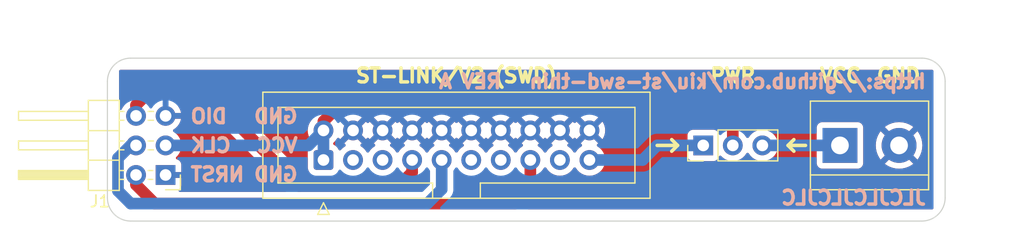
<source format=kicad_pcb>
(kicad_pcb (version 20221018) (generator pcbnew)
  (layers (0 "F.Cu" signal) (31 "B.Cu" signal) (34 "B.Paste" user) (35 "F.Paste" user) (36 "B.SilkS" user "B.Silkscreen") (37 "F.SilkS" user "F.Silkscreen") (38 "B.Mask" user) (39 "F.Mask" user) (44 "Edge.Cuts" user))
  (net 0 "")
  (net 6 "+3V3")
  (net 7 "GND")
  (net 8 "Net-(J2-Pin_19)")
  (net 9 "Net-(J1-Pin_2)")
  (net 10 "Net-(J1-Pin_4)")
  (net 11 "Net-(J1-Pin_6)")
  (net 12 "Net-(J4-Pin_1)")
  (footprint "Connector_PinHeader_2.54mm:PinHeader_1x03_P2.54mm_Vertical" (layer "F.Cu") (at 76.21 27.5 90)
    (fp_text reference "J3" hide)
    (fp_text value "1x03_Jumper")
    (fp_line (start -1.33 -1.33) (end 0 -1.33) (stroke (width 0.12)) (layer "F.SilkS"))
    (fp_line (start -1.33 0) (end -1.33 -1.33) (stroke (width 0.12)) (layer "F.SilkS"))
    (fp_line (start -1.33 1.27) (end -1.33 6.41) (stroke (width 0.12)) (layer "F.SilkS"))
    (fp_line (start -1.33 1.27) (end 1.33 1.27) (stroke (width 0.12)) (layer "F.SilkS"))
    (fp_line (start -1.33 6.41) (end 1.33 6.41) (stroke (width 0.12)) (layer "F.SilkS"))
    (fp_line (start 1.33 1.27) (end 1.33 6.41) (stroke (width 0.12)) (layer "F.SilkS"))
    (pad "1" thru_hole rect (at 0 0 90) (size 1.7 1.7) (drill 1) (layers "*.Cu" "*.Mask") (net 8 "Net-(J2-Pin_19)"))
    (pad "2" thru_hole oval (at 0 2.54 90) (size 1.7 1.7) (drill 1) (layers "*.Cu" "*.Mask") (net 6 "+3V3"))
    (pad "3" thru_hole oval (at 0 5.08 90) (size 1.7 1.7) (drill 1) (layers "*.Cu" "*.Mask") (net 12 "Net-(J4-Pin_1)"))
  )
  (footprint "Connector_IDC:IDC-Header_2x10_P2.54mm_Vertical" (layer "F.Cu") (at 43.57 28.7525 90)
    (fp_text reference "J2" hide)
    (fp_text value "Conn_02x10_Odd_Even")
    (fp_line (start -4.68 -0.5) (end -4.68 0.5) (stroke (width 0.12)) (layer "F.SilkS"))
    (fp_line (start -4.68 0.5) (end -3.68 0) (stroke (width 0.12)) (layer "F.SilkS"))
    (fp_line (start -3.68 0) (end -4.68 -0.5) (stroke (width 0.12)) (layer "F.SilkS"))
    (fp_line (start -3.29 -5.21) (end 5.83 -5.21) (stroke (width 0.12)) (layer "F.SilkS"))
    (fp_line (start -3.29 9.38) (end -1.98 9.38) (stroke (width 0.12)) (layer "F.SilkS"))
    (fp_line (start -3.29 28.07) (end -3.29 -5.21) (stroke (width 0.12)) (layer "F.SilkS"))
    (fp_line (start -1.98 -3.91) (end 4.52 -3.91) (stroke (width 0.12)) (layer "F.SilkS"))
    (fp_line (start -1.98 9.38) (end -1.98 -3.91) (stroke (width 0.12)) (layer "F.SilkS"))
    (fp_line (start -1.98 13.48) (end -3.29 13.48) (stroke (width 0.12)) (layer "F.SilkS"))
    (fp_line (start -1.98 13.48) (end -1.98 13.48) (stroke (width 0.12)) (layer "F.SilkS"))
    (fp_line (start -1.98 26.77) (end -1.98 13.48) (stroke (width 0.12)) (layer "F.SilkS"))
    (fp_line (start 4.52 -3.91) (end 4.52 26.77) (stroke (width 0.12)) (layer "F.SilkS"))
    (fp_line (start 4.52 26.77) (end -1.98 26.77) (stroke (width 0.12)) (layer "F.SilkS"))
    (fp_line (start 5.83 -5.21) (end 5.83 28.07) (stroke (width 0.12)) (layer "F.SilkS"))
    (fp_line (start 5.83 28.07) (end -3.29 28.07) (stroke (width 0.12)) (layer "F.SilkS"))
    (pad "1" thru_hole roundrect (at 0 0 90) (size 1.7 1.7) (drill 1) (layers "*.Cu" "*.Mask") (roundrect_rratio 0.1470588235) (net 6 "+3V3"))
    (pad "2" thru_hole circle (at 2.54 0 90) (size 1.7 1.7) (drill 1) (layers "*.Cu" "*.Mask") (net 6 "+3V3"))
    (pad "3" thru_hole circle (at 0 2.54 90) (size 1.7 1.7) (drill 1) (layers "*.Cu" "*.Mask"))
    (pad "4" thru_hole circle (at 2.54 2.54 90) (size 1.7 1.7) (drill 1) (layers "*.Cu" "*.Mask") (net 7 "GND"))
    (pad "5" thru_hole circle (at 0 5.08 90) (size 1.7 1.7) (drill 1) (layers "*.Cu" "*.Mask"))
    (pad "6" thru_hole circle (at 2.54 5.08 90) (size 1.7 1.7) (drill 1) (layers "*.Cu" "*.Mask") (net 7 "GND"))
    (pad "7" thru_hole circle (at 0 7.62 90) (size 1.7 1.7) (drill 1) (layers "*.Cu" "*.Mask") (net 11 "Net-(J1-Pin_6)"))
    (pad "8" thru_hole circle (at 2.54 7.62 90) (size 1.7 1.7) (drill 1) (layers "*.Cu" "*.Mask") (net 7 "GND"))
    (pad "9" thru_hole circle (at 0 10.16 90) (size 1.7 1.7) (drill 1) (layers "*.Cu" "*.Mask") (net 10 "Net-(J1-Pin_4)"))
    (pad "10" thru_hole circle (at 2.54 10.16 90) (size 1.7 1.7) (drill 1) (layers "*.Cu" "*.Mask") (net 7 "GND"))
    (pad "11" thru_hole circle (at 0 12.7 90) (size 1.7 1.7) (drill 1) (layers "*.Cu" "*.Mask"))
    (pad "12" thru_hole circle (at 2.54 12.7 90) (size 1.7 1.7) (drill 1) (layers "*.Cu" "*.Mask") (net 7 "GND"))
    (pad "13" thru_hole circle (at 0 15.24 90) (size 1.7 1.7) (drill 1) (layers "*.Cu" "*.Mask"))
    (pad "14" thru_hole circle (at 2.54 15.24 90) (size 1.7 1.7) (drill 1) (layers "*.Cu" "*.Mask") (net 7 "GND"))
    (pad "15" thru_hole circle (at 0 17.78 90) (size 1.7 1.7) (drill 1) (layers "*.Cu" "*.Mask") (net 9 "Net-(J1-Pin_2)"))
    (pad "16" thru_hole circle (at 2.54 17.78 90) (size 1.7 1.7) (drill 1) (layers "*.Cu" "*.Mask") (net 7 "GND"))
    (pad "17" thru_hole circle (at 0 20.32 90) (size 1.7 1.7) (drill 1) (layers "*.Cu" "*.Mask"))
    (pad "18" thru_hole circle (at 2.54 20.32 90) (size 1.7 1.7) (drill 1) (layers "*.Cu" "*.Mask") (net 7 "GND"))
    (pad "19" thru_hole circle (at 0 22.86 90) (size 1.7 1.7) (drill 1) (layers "*.Cu" "*.Mask") (net 8 "Net-(J2-Pin_19)"))
    (pad "20" thru_hole circle (at 2.54 22.86 90) (size 1.7 1.7) (drill 1) (layers "*.Cu" "*.Mask") (net 7 "GND"))
  )
  (footprint "Connector_PinHeader_2.54mm:PinHeader_2x03_P2.54mm_Horizontal" (layer "F.Cu") (at 30 30.04 180)
    (fp_text reference "J1" (at 5.655 -2.27) (layer "F.SilkS"))
    (fp_text value "Conn_02x03_Odd_Even")
    (fp_line (start -1.27 -1.27) (end 0 -1.27) (stroke (width 0.12)) (layer "F.SilkS"))
    (fp_line (start -1.27 0) (end -1.27 -1.27) (stroke (width 0.12)) (layer "F.SilkS"))
    (fp_line (start 1.042929 2.16) (end 1.497071 2.16) (stroke (width 0.12)) (layer "F.SilkS"))
    (fp_line (start 1.042929 2.92) (end 1.497071 2.92) (stroke (width 0.12)) (layer "F.SilkS"))
    (fp_line (start 1.042929 4.7) (end 1.497071 4.7) (stroke (width 0.12)) (layer "F.SilkS"))
    (fp_line (start 1.042929 5.46) (end 1.497071 5.46) (stroke (width 0.12)) (layer "F.SilkS"))
    (fp_line (start 1.11 -0.38) (end 1.497071 -0.38) (stroke (width 0.12)) (layer "F.SilkS"))
    (fp_line (start 1.11 0.38) (end 1.497071 0.38) (stroke (width 0.12)) (layer "F.SilkS"))
    (fp_line (start 3.582929 -0.38) (end 3.98 -0.38) (stroke (width 0.12)) (layer "F.SilkS"))
    (fp_line (start 3.582929 0.38) (end 3.98 0.38) (stroke (width 0.12)) (layer "F.SilkS"))
    (fp_line (start 3.582929 2.16) (end 3.98 2.16) (stroke (width 0.12)) (layer "F.SilkS"))
    (fp_line (start 3.582929 2.92) (end 3.98 2.92) (stroke (width 0.12)) (layer "F.SilkS"))
    (fp_line (start 3.582929 4.7) (end 3.98 4.7) (stroke (width 0.12)) (layer "F.SilkS"))
    (fp_line (start 3.582929 5.46) (end 3.98 5.46) (stroke (width 0.12)) (layer "F.SilkS"))
    (fp_line (start 3.98 -1.33) (end 3.98 6.41) (stroke (width 0.12)) (layer "F.SilkS"))
    (fp_line (start 3.98 1.27) (end 6.64 1.27) (stroke (width 0.12)) (layer "F.SilkS"))
    (fp_line (start 3.98 3.81) (end 6.64 3.81) (stroke (width 0.12)) (layer "F.SilkS"))
    (fp_line (start 3.98 6.41) (end 6.64 6.41) (stroke (width 0.12)) (layer "F.SilkS"))
    (fp_line (start 6.64 -1.33) (end 3.98 -1.33) (stroke (width 0.12)) (layer "F.SilkS"))
    (fp_line (start 6.64 -0.38) (end 12.64 -0.38) (stroke (width 0.12)) (layer "F.SilkS"))
    (fp_line (start 6.64 -0.32) (end 12.64 -0.32) (stroke (width 0.12)) (layer "F.SilkS"))
    (fp_line (start 6.64 -0.2) (end 12.64 -0.2) (stroke (width 0.12)) (layer "F.SilkS"))
    (fp_line (start 6.64 -0.08) (end 12.64 -0.08) (stroke (width 0.12)) (layer "F.SilkS"))
    (fp_line (start 6.64 0.04) (end 12.64 0.04) (stroke (width 0.12)) (layer "F.SilkS"))
    (fp_line (start 6.64 0.16) (end 12.64 0.16) (stroke (width 0.12)) (layer "F.SilkS"))
    (fp_line (start 6.64 0.28) (end 12.64 0.28) (stroke (width 0.12)) (layer "F.SilkS"))
    (fp_line (start 6.64 2.16) (end 12.64 2.16) (stroke (width 0.12)) (layer "F.SilkS"))
    (fp_line (start 6.64 4.7) (end 12.64 4.7) (stroke (width 0.12)) (layer "F.SilkS"))
    (fp_line (start 6.64 6.41) (end 6.64 -1.33) (stroke (width 0.12)) (layer "F.SilkS"))
    (fp_line (start 12.64 -0.38) (end 12.64 0.38) (stroke (width 0.12)) (layer "F.SilkS"))
    (fp_line (start 12.64 0.38) (end 6.64 0.38) (stroke (width 0.12)) (layer "F.SilkS"))
    (fp_line (start 12.64 2.16) (end 12.64 2.92) (stroke (width 0.12)) (layer "F.SilkS"))
    (fp_line (start 12.64 2.92) (end 6.64 2.92) (stroke (width 0.12)) (layer "F.SilkS"))
    (fp_line (start 12.64 4.7) (end 12.64 5.46) (stroke (width 0.12)) (layer "F.SilkS"))
    (fp_line (start 12.64 5.46) (end 6.64 5.46) (stroke (width 0.12)) (layer "F.SilkS"))
    (pad "1" thru_hole rect (at 0 0 180) (size 1.7 1.7) (drill 1) (layers "*.Cu" "*.Mask") (net 7 "GND"))
    (pad "2" thru_hole oval (at 2.54 0 180) (size 1.7 1.7) (drill 1) (layers "*.Cu" "*.Mask") (net 9 "Net-(J1-Pin_2)"))
    (pad "3" thru_hole oval (at 0 2.54 180) (size 1.7 1.7) (drill 1) (layers "*.Cu" "*.Mask") (net 6 "+3V3"))
    (pad "4" thru_hole oval (at 2.54 2.54 180) (size 1.7 1.7) (drill 1) (layers "*.Cu" "*.Mask") (net 10 "Net-(J1-Pin_4)"))
    (pad "5" thru_hole oval (at 0 5.08 180) (size 1.7 1.7) (drill 1) (layers "*.Cu" "*.Mask") (net 7 "GND"))
    (pad "6" thru_hole oval (at 2.54 5.08 180) (size 1.7 1.7) (drill 1) (layers "*.Cu" "*.Mask") (net 11 "Net-(J1-Pin_6)"))
  )
  (footprint "TerminalBlock:TerminalBlock_bornier-2_P5.08mm" (layer "F.Cu") (at 87.96 27.5)
    (fp_text reference "J4" hide)
    (fp_text value "Screw_Terminal_01x02")
    (fp_line (start -2.54 -3.81) (end -2.54 3.81) (stroke (width 0.12)) (layer "F.SilkS"))
    (fp_line (start -2.54 3.81) (end 7.62 3.81) (stroke (width 0.12)) (layer "F.SilkS"))
    (fp_line (start 7.62 -3.81) (end -2.54 -3.81) (stroke (width 0.12)) (layer "F.SilkS"))
    (fp_line (start 7.62 2.54) (end -2.54 2.54) (stroke (width 0.12)) (layer "F.SilkS"))
    (fp_line (start 7.62 3.81) (end 7.62 -3.81) (stroke (width 0.12)) (layer "F.SilkS"))
    (pad "1" thru_hole rect (at 0 0) (size 3 3) (drill 1.52) (layers "*.Cu" "*.Mask") (net 12 "Net-(J4-Pin_1)"))
    (pad "2" thru_hole circle (at 5.08 0) (size 3 3) (drill 1.52) (layers "*.Cu" "*.Mask") (net 7 "GND"))
  )
  (gr_line (start 85 27.5) (end 83.5 27.5) (stroke (width 0.3)) (layer "F.SilkS"))
  (gr_line (start 84 28) (end 83.5 27.5) (stroke (width 0.3)) (layer "F.SilkS"))
  (gr_line (start 74 27.5) (end 72.25 27.5) (stroke (width 0.3)) (layer "F.SilkS"))
  (gr_line (start 84 27) (end 83.5 27.5) (stroke (width 0.3)) (layer "F.SilkS"))
  (gr_line (start 73.5 28) (end 74 27.5) (stroke (width 0.3)) (layer "F.SilkS"))
  (gr_line (start 73.5 27) (end 74 27.5) (stroke (width 0.3)) (layer "F.SilkS"))
  (gr_line (start 27 34) (end 95 34) (stroke (width 0.1)) (layer "Edge.Cuts"))
  (gr_arc (start 97 32) (mid 96.414214 33.414214) (end 95 34) (stroke (width 0.1)) (layer "Edge.Cuts"))
  (gr_arc (start 27 34) (mid 25.585786 33.414214) (end 25 32) (stroke (width 0.1)) (layer "Edge.Cuts"))
  (gr_arc (start 95 20) (mid 96.414214 20.585786) (end 97 22) (stroke (width 0.1)) (layer "Edge.Cuts"))
  (gr_arc (start 25 22) (mid 25.585786 20.585786) (end 27 20) (stroke (width 0.1)) (layer "Edge.Cuts"))
  (gr_line (start 97 22) (end 97 32) (stroke (width 0.1)) (layer "Edge.Cuts"))
  (gr_line (start 27 20) (end 95 20) (stroke (width 0.1)) (layer "Edge.Cuts"))
  (gr_line (start 25 22) (end 25 32) (stroke (width 0.1)) (layer "Edge.Cuts"))
  (gr_text "VCC" (at 41.5 27.5) (layer "B.SilkS") (effects (font (size 1.2 1.2) (thickness 0.3) bold) (justify left mirror)))
  (gr_text "DIO" (at 32 25) (layer "B.SilkS") (effects (font (size 1.2 1.2) (thickness 0.3) bold) (justify right mirror)))
  (gr_text "CLK" (at 32 27.5) (layer "B.SilkS") (effects (font (size 1.2 1.2) (thickness 0.3) bold) (justify right mirror)))
  (gr_text "GND" (at 41.5 25) (layer "B.SilkS") (effects (font (size 1.2 1.2) (thickness 0.3) bold) (justify left mirror)))
  (gr_text "https://github.com/kiu/st-swd-thin" (at 95.5 22) (layer "B.SilkS") (effects (font (size 1.2 1.2) (thickness 0.3) bold) (justify left mirror)))
  (gr_text "JLCJLCJLCJLC" (at 95.5 32) (layer "B.SilkS") (effects (font (size 1.2 1.2) (thickness 0.3) bold) (justify left mirror)))
  (gr_text "NRST" (at 32 30) (layer "B.SilkS") (effects (font (size 1.2 1.2) (thickness 0.3) bold) (justify right mirror)))
  (gr_text "GND" (at 41.5 30) (layer "B.SilkS") (effects (font (size 1.2 1.2) (thickness 0.3) bold) (justify left mirror)))
  (gr_text "REV A" (at 59 22) (layer "B.SilkS") (effects (font (size 1.2 1.2) (thickness 0.3) bold) (justify left mirror)))
  (gr_text "GND" (at 93 21.5) (layer "F.SilkS") (effects (font (size 1.2 1.2) (thickness 0.3) bold)))
  (gr_text "PWR\n" (at 78.75 21.5) (layer "F.SilkS") (effects (font (size 1.2 1.2) (thickness 0.3) bold)))
  (gr_text "ST-LINK/V2 (SWD)" (at 55 21.5) (layer "F.SilkS") (effects (font (size 1.2 1.2) (thickness 0.3) bold)))
  (gr_text "VCC" (at 88 21.5) (layer "F.SilkS") (effects (font (size 1.2 1.2) (thickness 0.3) bold)))
  (segment (start 45 24) (end 77 24) (width 1) (layer "F.Cu") (net 6))
  (segment (start 77 24) (end 78.75 25.75) (width 1) (layer "F.Cu") (net 6))
  (segment (start 43.57 26.2125) (end 43.57 25.43) (width 1) (layer "F.Cu") (net 6))
  (segment (start 43.57 25.43) (end 45 24) (width 1) (layer "F.Cu") (net 6))
  (segment (start 78.75 25.75) (end 78.75 27.5) (width 1) (layer "F.Cu") (net 6))
  (segment (start 43.57 28.7525) (end 43.57 26.2125) (width 1) (layer "B.Cu") (net 6))
  (segment (start 43.57 26.2125) (end 42.2825 27.5) (width 1) (layer "B.Cu") (net 6))
  (segment (start 42.2825 27.5) (end 30 27.5) (width 1) (layer "B.Cu") (net 6))
  (segment (start 66.43 28.7525) (end 71 28.7525) (width 1) (layer "B.Cu") (net 8))
  (segment (start 76.21 27.5) (end 72.2525 27.5) (width 1) (layer "B.Cu") (net 8))
  (segment (start 72.2525 27.5) (end 71 28.7525) (width 1) (layer "B.Cu") (net 8))
  (segment (start 29.074656 32.5) (end 27.46 30.885344) (width 1) (layer "F.Cu") (net 9))
  (segment (start 61.35 31.15) (end 60 32.5) (width 1) (layer "F.Cu") (net 9))
  (segment (start 60 32.5) (end 29.074656 32.5) (width 1) (layer "F.Cu") (net 9))
  (segment (start 61.35 28.7525) (end 61.35 31.15) (width 1) (layer "F.Cu") (net 9))
  (segment (start 27.46 30.885344) (end 27.46 30.04) (width 1) (layer "F.Cu") (net 9))
  (segment (start 52.5 32.5) (end 53.73 31.27) (width 1) (layer "B.Cu") (net 10))
  (segment (start 25.91 31.41) (end 27 32.5) (width 1) (layer "B.Cu") (net 10))
  (segment (start 53.73 31.27) (end 53.73 28.7525) (width 1) (layer "B.Cu") (net 10))
  (segment (start 25.91 28.59) (end 25.91 31.41) (width 1) (layer "B.Cu") (net 10))
  (segment (start 27.46 27.5) (end 27 27.5) (width 1) (layer "B.Cu") (net 10))
  (segment (start 27 27.5) (end 25.91 28.59) (width 1) (layer "B.Cu") (net 10))
  (segment (start 27 32.5) (end 52.5 32.5) (width 1) (layer "B.Cu") (net 10))
  (segment (start 27.46 24.96) (end 27.46 24.04) (width 1) (layer "F.Cu") (net 11))
  (segment (start 28.5 23) (end 33.5 23) (width 1) (layer "F.Cu") (net 11))
  (segment (start 51.19 29.81) (end 50 31) (width 1) (layer "F.Cu") (net 11))
  (segment (start 51.19 28.7525) (end 51.19 29.81) (width 1) (layer "F.Cu") (net 11))
  (segment (start 27.46 24.04) (end 28.5 23) (width 1) (layer "F.Cu") (net 11))
  (segment (start 50 31) (end 41.5 31) (width 1) (layer "F.Cu") (net 11))
  (segment (start 41.5 31) (end 33.5 23) (width 1) (layer "F.Cu") (net 11))
  (segment (start 81.29 27.5) (end 87.96 27.5) (width 1) (layer "B.Cu") (net 12))
  (zone (net 7) (net_name "GND") (layers "F&B.Cu") (priority 1) (connect_pads (clearance 0.5)) (min_thickness 0.25) (fill yes (thermal_gap 0.5) (thermal_bridge_width 0.5))
    (polygon (pts (xy 26 21) (xy 26 33) (xy 96 33) (xy 96 21)))
  )
)
</source>
